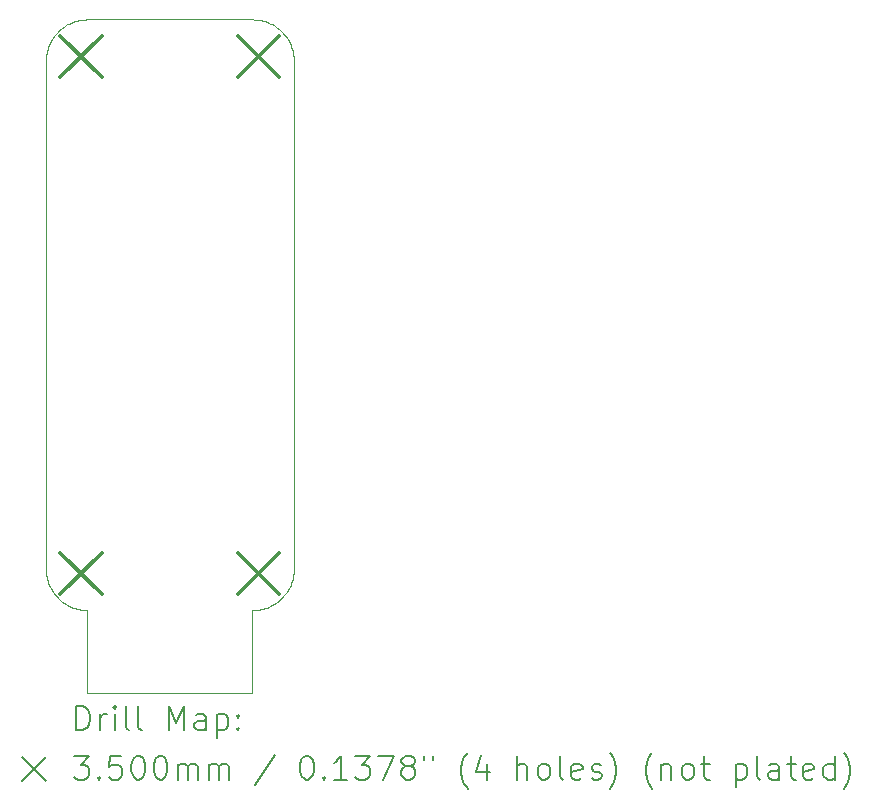
<source format=gbr>
%TF.GenerationSoftware,KiCad,Pcbnew,7.0.10*%
%TF.CreationDate,2024-06-27T11:43:57+02:00*%
%TF.ProjectId,Traffic LED Riser,54726166-6669-4632-904c-454420526973,rev?*%
%TF.SameCoordinates,Original*%
%TF.FileFunction,Drillmap*%
%TF.FilePolarity,Positive*%
%FSLAX45Y45*%
G04 Gerber Fmt 4.5, Leading zero omitted, Abs format (unit mm)*
G04 Created by KiCad (PCBNEW 7.0.10) date 2024-06-27 11:43:57*
%MOMM*%
%LPD*%
G01*
G04 APERTURE LIST*
%ADD10C,0.034872*%
%ADD11C,0.200000*%
%ADD12C,0.350000*%
G04 APERTURE END LIST*
D10*
X10002223Y-11853736D02*
X10001768Y-11835739D01*
X10003576Y-11871498D02*
X10002223Y-11853736D01*
X10005803Y-11889003D02*
X10003576Y-11871498D01*
X10008884Y-11906230D02*
X10005803Y-11889003D01*
X10012795Y-11923155D02*
X10008884Y-11906230D01*
X10017514Y-11939757D02*
X10012795Y-11923155D01*
X10023020Y-11956014D02*
X10017514Y-11939757D01*
X10029291Y-11971904D02*
X10023020Y-11956014D01*
X10036304Y-11987404D02*
X10029291Y-11971904D01*
X10044037Y-12002494D02*
X10036304Y-11987404D01*
X10052469Y-12017149D02*
X10044037Y-12002494D01*
X10061576Y-12031350D02*
X10052469Y-12017149D01*
X10071339Y-12045072D02*
X10061576Y-12031350D01*
X10081733Y-12058295D02*
X10071339Y-12045072D01*
X10092737Y-12070997D02*
X10081733Y-12058295D01*
X10104330Y-12083154D02*
X10092737Y-12070997D01*
X10116488Y-12094746D02*
X10104330Y-12083154D01*
X10129190Y-12105750D02*
X10116488Y-12094746D01*
X10142414Y-12116144D02*
X10129190Y-12105750D01*
X10156138Y-12125906D02*
X10142414Y-12116144D01*
X10170340Y-12135013D02*
X10156138Y-12125906D01*
X10184997Y-12143445D02*
X10170340Y-12135013D01*
X10200088Y-12151178D02*
X10184997Y-12143445D01*
X10215590Y-12158191D02*
X10200088Y-12151178D01*
X10231482Y-12164462D02*
X10215590Y-12158191D01*
X10247741Y-12169968D02*
X10231482Y-12164462D01*
X10264346Y-12174687D02*
X10247741Y-12169968D01*
X10281274Y-12178598D02*
X10264346Y-12174687D01*
X10298503Y-12181678D02*
X10281274Y-12178598D01*
X10316011Y-12183906D02*
X10298503Y-12181678D01*
X10333777Y-12185258D02*
X10316011Y-12183906D01*
X10351778Y-12185714D02*
X10333777Y-12185258D01*
X10351778Y-12887651D02*
X10351778Y-12185714D01*
X11751768Y-12887651D02*
X10351778Y-12887651D01*
X11751768Y-12185714D02*
X11751768Y-12887651D01*
X11769768Y-12185258D02*
X11751768Y-12185714D01*
X11787533Y-12183906D02*
X11769768Y-12185258D01*
X11805041Y-12181678D02*
X11787533Y-12183906D01*
X11822269Y-12178598D02*
X11805041Y-12181678D01*
X11839196Y-12174687D02*
X11822269Y-12178598D01*
X11855800Y-12169968D02*
X11839196Y-12174687D01*
X11872059Y-12164462D02*
X11855800Y-12169968D01*
X11887950Y-12158191D02*
X11872059Y-12164462D01*
X11903452Y-12151178D02*
X11887950Y-12158191D01*
X11918542Y-12143445D02*
X11903452Y-12151178D01*
X11933199Y-12135013D02*
X11918542Y-12143445D01*
X11947400Y-12125906D02*
X11933199Y-12135013D01*
X11961124Y-12116144D02*
X11947400Y-12125906D01*
X11974347Y-12105750D02*
X11961124Y-12116144D01*
X11987049Y-12094746D02*
X11974347Y-12105750D01*
X11999207Y-12083154D02*
X11987049Y-12094746D01*
X12010799Y-12070997D02*
X11999207Y-12083154D01*
X12021803Y-12058295D02*
X12010799Y-12070997D01*
X12032197Y-12045072D02*
X12021803Y-12058295D01*
X12041959Y-12031350D02*
X12032197Y-12045072D01*
X12051066Y-12017149D02*
X12041959Y-12031350D01*
X12059498Y-12002494D02*
X12051066Y-12017149D01*
X12067231Y-11987404D02*
X12059498Y-12002494D01*
X12074244Y-11971904D02*
X12067231Y-11987404D01*
X12080514Y-11956014D02*
X12074244Y-11971904D01*
X12086020Y-11939757D02*
X12080514Y-11956014D01*
X12090739Y-11923155D02*
X12086020Y-11939757D01*
X12094650Y-11906230D02*
X12090739Y-11923155D01*
X12097730Y-11889003D02*
X12094650Y-11906230D01*
X12099958Y-11871498D02*
X12097730Y-11889003D01*
X12101310Y-11853736D02*
X12099958Y-11871498D01*
X12101766Y-11835739D02*
X12101310Y-11853736D01*
X12101766Y-7535738D02*
X12101766Y-11835739D01*
X12101310Y-7517737D02*
X12101766Y-7535738D01*
X12099958Y-7499971D02*
X12101310Y-7517737D01*
X12097730Y-7482462D02*
X12099958Y-7499971D01*
X12094650Y-7465233D02*
X12097730Y-7482462D01*
X12090739Y-7448304D02*
X12094650Y-7465233D01*
X12086020Y-7431699D02*
X12090739Y-7448304D01*
X12080514Y-7415440D02*
X12086020Y-7431699D01*
X12074244Y-7399547D02*
X12080514Y-7415440D01*
X12067231Y-7384045D02*
X12074244Y-7399547D01*
X12059498Y-7368953D02*
X12067231Y-7384045D01*
X12051066Y-7354296D02*
X12059498Y-7368953D01*
X12041959Y-7340094D02*
X12051066Y-7354296D01*
X12032197Y-7326370D02*
X12041959Y-7340094D01*
X12021803Y-7313145D02*
X12032197Y-7326370D01*
X12010799Y-7300442D02*
X12021803Y-7313145D01*
X11999207Y-7288284D02*
X12010799Y-7300442D01*
X11987049Y-7276691D02*
X11999207Y-7288284D01*
X11974347Y-7265686D02*
X11987049Y-7276691D01*
X11961124Y-7255292D02*
X11974347Y-7265686D01*
X11947400Y-7245529D02*
X11961124Y-7255292D01*
X11933199Y-7236421D02*
X11947400Y-7245529D01*
X11918542Y-7227989D02*
X11933199Y-7236421D01*
X11903452Y-7220255D02*
X11918542Y-7227989D01*
X11887950Y-7213242D02*
X11903452Y-7220255D01*
X11872059Y-7206971D02*
X11887950Y-7213242D01*
X11855800Y-7201465D02*
X11872059Y-7206971D01*
X11839196Y-7196745D02*
X11855800Y-7201465D01*
X11822269Y-7192834D02*
X11839196Y-7196745D01*
X11805041Y-7189754D02*
X11822269Y-7192834D01*
X11787533Y-7187527D02*
X11805041Y-7189754D01*
X11769768Y-7186174D02*
X11787533Y-7187527D01*
X11751768Y-7185718D02*
X11769768Y-7186174D01*
X10351778Y-7185718D02*
X11751768Y-7185718D01*
X10333777Y-7186174D02*
X10351778Y-7185718D01*
X10316011Y-7187527D02*
X10333777Y-7186174D01*
X10298503Y-7189754D02*
X10316011Y-7187527D01*
X10281274Y-7192834D02*
X10298503Y-7189754D01*
X10264346Y-7196745D02*
X10281274Y-7192834D01*
X10247741Y-7201465D02*
X10264346Y-7196745D01*
X10231482Y-7206971D02*
X10247741Y-7201465D01*
X10215590Y-7213242D02*
X10231482Y-7206971D01*
X10200088Y-7220255D02*
X10215590Y-7213242D01*
X10184997Y-7227989D02*
X10200088Y-7220255D01*
X10170340Y-7236421D02*
X10184997Y-7227989D01*
X10156138Y-7245529D02*
X10170340Y-7236421D01*
X10142414Y-7255292D02*
X10156138Y-7245529D01*
X10129190Y-7265686D02*
X10142414Y-7255292D01*
X10116488Y-7276691D02*
X10129190Y-7265686D01*
X10104330Y-7288284D02*
X10116488Y-7276691D01*
X10092737Y-7300442D02*
X10104330Y-7288284D01*
X10081733Y-7313145D02*
X10092737Y-7300442D01*
X10071339Y-7326370D02*
X10081733Y-7313145D01*
X10061576Y-7340094D02*
X10071339Y-7326370D01*
X10052469Y-7354296D02*
X10061576Y-7340094D01*
X10044037Y-7368953D02*
X10052469Y-7354296D01*
X10036304Y-7384045D02*
X10044037Y-7368953D01*
X10029291Y-7399547D02*
X10036304Y-7384045D01*
X10023020Y-7415440D02*
X10029291Y-7399547D01*
X10017514Y-7431699D02*
X10023020Y-7415440D01*
X10012795Y-7448304D02*
X10017514Y-7431699D01*
X10008884Y-7465233D02*
X10012795Y-7448304D01*
X10005803Y-7482462D02*
X10008884Y-7465233D01*
X10003576Y-7499971D02*
X10005803Y-7482462D01*
X10002223Y-7517737D02*
X10003576Y-7499971D01*
X10001768Y-7535738D02*
X10002223Y-7517737D01*
X10001768Y-11835739D02*
X10001768Y-7535738D01*
D11*
D12*
X10125000Y-7325000D02*
X10475000Y-7675000D01*
X10475000Y-7325000D02*
X10125000Y-7675000D01*
X10125000Y-11700000D02*
X10475000Y-12050000D01*
X10475000Y-11700000D02*
X10125000Y-12050000D01*
X11625000Y-7325000D02*
X11975000Y-7675000D01*
X11975000Y-7325000D02*
X11625000Y-7675000D01*
X11625000Y-11700000D02*
X11975000Y-12050000D01*
X11975000Y-11700000D02*
X11625000Y-12050000D01*
D11*
X10260801Y-13200878D02*
X10260801Y-13000878D01*
X10260801Y-13000878D02*
X10308420Y-13000878D01*
X10308420Y-13000878D02*
X10336991Y-13010402D01*
X10336991Y-13010402D02*
X10356039Y-13029450D01*
X10356039Y-13029450D02*
X10365563Y-13048497D01*
X10365563Y-13048497D02*
X10375087Y-13086592D01*
X10375087Y-13086592D02*
X10375087Y-13115164D01*
X10375087Y-13115164D02*
X10365563Y-13153259D01*
X10365563Y-13153259D02*
X10356039Y-13172307D01*
X10356039Y-13172307D02*
X10336991Y-13191354D01*
X10336991Y-13191354D02*
X10308420Y-13200878D01*
X10308420Y-13200878D02*
X10260801Y-13200878D01*
X10460801Y-13200878D02*
X10460801Y-13067545D01*
X10460801Y-13105640D02*
X10470325Y-13086592D01*
X10470325Y-13086592D02*
X10479848Y-13077069D01*
X10479848Y-13077069D02*
X10498896Y-13067545D01*
X10498896Y-13067545D02*
X10517944Y-13067545D01*
X10584610Y-13200878D02*
X10584610Y-13067545D01*
X10584610Y-13000878D02*
X10575087Y-13010402D01*
X10575087Y-13010402D02*
X10584610Y-13019926D01*
X10584610Y-13019926D02*
X10594134Y-13010402D01*
X10594134Y-13010402D02*
X10584610Y-13000878D01*
X10584610Y-13000878D02*
X10584610Y-13019926D01*
X10708420Y-13200878D02*
X10689372Y-13191354D01*
X10689372Y-13191354D02*
X10679848Y-13172307D01*
X10679848Y-13172307D02*
X10679848Y-13000878D01*
X10813182Y-13200878D02*
X10794134Y-13191354D01*
X10794134Y-13191354D02*
X10784610Y-13172307D01*
X10784610Y-13172307D02*
X10784610Y-13000878D01*
X11041753Y-13200878D02*
X11041753Y-13000878D01*
X11041753Y-13000878D02*
X11108420Y-13143735D01*
X11108420Y-13143735D02*
X11175087Y-13000878D01*
X11175087Y-13000878D02*
X11175087Y-13200878D01*
X11356039Y-13200878D02*
X11356039Y-13096116D01*
X11356039Y-13096116D02*
X11346515Y-13077069D01*
X11346515Y-13077069D02*
X11327467Y-13067545D01*
X11327467Y-13067545D02*
X11289372Y-13067545D01*
X11289372Y-13067545D02*
X11270325Y-13077069D01*
X11356039Y-13191354D02*
X11336991Y-13200878D01*
X11336991Y-13200878D02*
X11289372Y-13200878D01*
X11289372Y-13200878D02*
X11270325Y-13191354D01*
X11270325Y-13191354D02*
X11260801Y-13172307D01*
X11260801Y-13172307D02*
X11260801Y-13153259D01*
X11260801Y-13153259D02*
X11270325Y-13134211D01*
X11270325Y-13134211D02*
X11289372Y-13124688D01*
X11289372Y-13124688D02*
X11336991Y-13124688D01*
X11336991Y-13124688D02*
X11356039Y-13115164D01*
X11451277Y-13067545D02*
X11451277Y-13267545D01*
X11451277Y-13077069D02*
X11470325Y-13067545D01*
X11470325Y-13067545D02*
X11508420Y-13067545D01*
X11508420Y-13067545D02*
X11527467Y-13077069D01*
X11527467Y-13077069D02*
X11536991Y-13086592D01*
X11536991Y-13086592D02*
X11546515Y-13105640D01*
X11546515Y-13105640D02*
X11546515Y-13162783D01*
X11546515Y-13162783D02*
X11536991Y-13181830D01*
X11536991Y-13181830D02*
X11527467Y-13191354D01*
X11527467Y-13191354D02*
X11508420Y-13200878D01*
X11508420Y-13200878D02*
X11470325Y-13200878D01*
X11470325Y-13200878D02*
X11451277Y-13191354D01*
X11632229Y-13181830D02*
X11641753Y-13191354D01*
X11641753Y-13191354D02*
X11632229Y-13200878D01*
X11632229Y-13200878D02*
X11622706Y-13191354D01*
X11622706Y-13191354D02*
X11632229Y-13181830D01*
X11632229Y-13181830D02*
X11632229Y-13200878D01*
X11632229Y-13077069D02*
X11641753Y-13086592D01*
X11641753Y-13086592D02*
X11632229Y-13096116D01*
X11632229Y-13096116D02*
X11622706Y-13086592D01*
X11622706Y-13086592D02*
X11632229Y-13077069D01*
X11632229Y-13077069D02*
X11632229Y-13096116D01*
X9800024Y-13429394D02*
X10000024Y-13629394D01*
X10000024Y-13429394D02*
X9800024Y-13629394D01*
X10241753Y-13420878D02*
X10365563Y-13420878D01*
X10365563Y-13420878D02*
X10298896Y-13497069D01*
X10298896Y-13497069D02*
X10327468Y-13497069D01*
X10327468Y-13497069D02*
X10346515Y-13506592D01*
X10346515Y-13506592D02*
X10356039Y-13516116D01*
X10356039Y-13516116D02*
X10365563Y-13535164D01*
X10365563Y-13535164D02*
X10365563Y-13582783D01*
X10365563Y-13582783D02*
X10356039Y-13601830D01*
X10356039Y-13601830D02*
X10346515Y-13611354D01*
X10346515Y-13611354D02*
X10327468Y-13620878D01*
X10327468Y-13620878D02*
X10270325Y-13620878D01*
X10270325Y-13620878D02*
X10251277Y-13611354D01*
X10251277Y-13611354D02*
X10241753Y-13601830D01*
X10451277Y-13601830D02*
X10460801Y-13611354D01*
X10460801Y-13611354D02*
X10451277Y-13620878D01*
X10451277Y-13620878D02*
X10441753Y-13611354D01*
X10441753Y-13611354D02*
X10451277Y-13601830D01*
X10451277Y-13601830D02*
X10451277Y-13620878D01*
X10641753Y-13420878D02*
X10546515Y-13420878D01*
X10546515Y-13420878D02*
X10536991Y-13516116D01*
X10536991Y-13516116D02*
X10546515Y-13506592D01*
X10546515Y-13506592D02*
X10565563Y-13497069D01*
X10565563Y-13497069D02*
X10613182Y-13497069D01*
X10613182Y-13497069D02*
X10632229Y-13506592D01*
X10632229Y-13506592D02*
X10641753Y-13516116D01*
X10641753Y-13516116D02*
X10651277Y-13535164D01*
X10651277Y-13535164D02*
X10651277Y-13582783D01*
X10651277Y-13582783D02*
X10641753Y-13601830D01*
X10641753Y-13601830D02*
X10632229Y-13611354D01*
X10632229Y-13611354D02*
X10613182Y-13620878D01*
X10613182Y-13620878D02*
X10565563Y-13620878D01*
X10565563Y-13620878D02*
X10546515Y-13611354D01*
X10546515Y-13611354D02*
X10536991Y-13601830D01*
X10775087Y-13420878D02*
X10794134Y-13420878D01*
X10794134Y-13420878D02*
X10813182Y-13430402D01*
X10813182Y-13430402D02*
X10822706Y-13439926D01*
X10822706Y-13439926D02*
X10832229Y-13458973D01*
X10832229Y-13458973D02*
X10841753Y-13497069D01*
X10841753Y-13497069D02*
X10841753Y-13544688D01*
X10841753Y-13544688D02*
X10832229Y-13582783D01*
X10832229Y-13582783D02*
X10822706Y-13601830D01*
X10822706Y-13601830D02*
X10813182Y-13611354D01*
X10813182Y-13611354D02*
X10794134Y-13620878D01*
X10794134Y-13620878D02*
X10775087Y-13620878D01*
X10775087Y-13620878D02*
X10756039Y-13611354D01*
X10756039Y-13611354D02*
X10746515Y-13601830D01*
X10746515Y-13601830D02*
X10736991Y-13582783D01*
X10736991Y-13582783D02*
X10727468Y-13544688D01*
X10727468Y-13544688D02*
X10727468Y-13497069D01*
X10727468Y-13497069D02*
X10736991Y-13458973D01*
X10736991Y-13458973D02*
X10746515Y-13439926D01*
X10746515Y-13439926D02*
X10756039Y-13430402D01*
X10756039Y-13430402D02*
X10775087Y-13420878D01*
X10965563Y-13420878D02*
X10984610Y-13420878D01*
X10984610Y-13420878D02*
X11003658Y-13430402D01*
X11003658Y-13430402D02*
X11013182Y-13439926D01*
X11013182Y-13439926D02*
X11022706Y-13458973D01*
X11022706Y-13458973D02*
X11032229Y-13497069D01*
X11032229Y-13497069D02*
X11032229Y-13544688D01*
X11032229Y-13544688D02*
X11022706Y-13582783D01*
X11022706Y-13582783D02*
X11013182Y-13601830D01*
X11013182Y-13601830D02*
X11003658Y-13611354D01*
X11003658Y-13611354D02*
X10984610Y-13620878D01*
X10984610Y-13620878D02*
X10965563Y-13620878D01*
X10965563Y-13620878D02*
X10946515Y-13611354D01*
X10946515Y-13611354D02*
X10936991Y-13601830D01*
X10936991Y-13601830D02*
X10927468Y-13582783D01*
X10927468Y-13582783D02*
X10917944Y-13544688D01*
X10917944Y-13544688D02*
X10917944Y-13497069D01*
X10917944Y-13497069D02*
X10927468Y-13458973D01*
X10927468Y-13458973D02*
X10936991Y-13439926D01*
X10936991Y-13439926D02*
X10946515Y-13430402D01*
X10946515Y-13430402D02*
X10965563Y-13420878D01*
X11117944Y-13620878D02*
X11117944Y-13487545D01*
X11117944Y-13506592D02*
X11127468Y-13497069D01*
X11127468Y-13497069D02*
X11146515Y-13487545D01*
X11146515Y-13487545D02*
X11175087Y-13487545D01*
X11175087Y-13487545D02*
X11194134Y-13497069D01*
X11194134Y-13497069D02*
X11203658Y-13516116D01*
X11203658Y-13516116D02*
X11203658Y-13620878D01*
X11203658Y-13516116D02*
X11213182Y-13497069D01*
X11213182Y-13497069D02*
X11232229Y-13487545D01*
X11232229Y-13487545D02*
X11260801Y-13487545D01*
X11260801Y-13487545D02*
X11279848Y-13497069D01*
X11279848Y-13497069D02*
X11289372Y-13516116D01*
X11289372Y-13516116D02*
X11289372Y-13620878D01*
X11384610Y-13620878D02*
X11384610Y-13487545D01*
X11384610Y-13506592D02*
X11394134Y-13497069D01*
X11394134Y-13497069D02*
X11413182Y-13487545D01*
X11413182Y-13487545D02*
X11441753Y-13487545D01*
X11441753Y-13487545D02*
X11460801Y-13497069D01*
X11460801Y-13497069D02*
X11470325Y-13516116D01*
X11470325Y-13516116D02*
X11470325Y-13620878D01*
X11470325Y-13516116D02*
X11479848Y-13497069D01*
X11479848Y-13497069D02*
X11498896Y-13487545D01*
X11498896Y-13487545D02*
X11527467Y-13487545D01*
X11527467Y-13487545D02*
X11546515Y-13497069D01*
X11546515Y-13497069D02*
X11556039Y-13516116D01*
X11556039Y-13516116D02*
X11556039Y-13620878D01*
X11946515Y-13411354D02*
X11775087Y-13668497D01*
X12203658Y-13420878D02*
X12222706Y-13420878D01*
X12222706Y-13420878D02*
X12241753Y-13430402D01*
X12241753Y-13430402D02*
X12251277Y-13439926D01*
X12251277Y-13439926D02*
X12260801Y-13458973D01*
X12260801Y-13458973D02*
X12270325Y-13497069D01*
X12270325Y-13497069D02*
X12270325Y-13544688D01*
X12270325Y-13544688D02*
X12260801Y-13582783D01*
X12260801Y-13582783D02*
X12251277Y-13601830D01*
X12251277Y-13601830D02*
X12241753Y-13611354D01*
X12241753Y-13611354D02*
X12222706Y-13620878D01*
X12222706Y-13620878D02*
X12203658Y-13620878D01*
X12203658Y-13620878D02*
X12184610Y-13611354D01*
X12184610Y-13611354D02*
X12175087Y-13601830D01*
X12175087Y-13601830D02*
X12165563Y-13582783D01*
X12165563Y-13582783D02*
X12156039Y-13544688D01*
X12156039Y-13544688D02*
X12156039Y-13497069D01*
X12156039Y-13497069D02*
X12165563Y-13458973D01*
X12165563Y-13458973D02*
X12175087Y-13439926D01*
X12175087Y-13439926D02*
X12184610Y-13430402D01*
X12184610Y-13430402D02*
X12203658Y-13420878D01*
X12356039Y-13601830D02*
X12365563Y-13611354D01*
X12365563Y-13611354D02*
X12356039Y-13620878D01*
X12356039Y-13620878D02*
X12346515Y-13611354D01*
X12346515Y-13611354D02*
X12356039Y-13601830D01*
X12356039Y-13601830D02*
X12356039Y-13620878D01*
X12556039Y-13620878D02*
X12441753Y-13620878D01*
X12498896Y-13620878D02*
X12498896Y-13420878D01*
X12498896Y-13420878D02*
X12479849Y-13449450D01*
X12479849Y-13449450D02*
X12460801Y-13468497D01*
X12460801Y-13468497D02*
X12441753Y-13478021D01*
X12622706Y-13420878D02*
X12746515Y-13420878D01*
X12746515Y-13420878D02*
X12679849Y-13497069D01*
X12679849Y-13497069D02*
X12708420Y-13497069D01*
X12708420Y-13497069D02*
X12727468Y-13506592D01*
X12727468Y-13506592D02*
X12736991Y-13516116D01*
X12736991Y-13516116D02*
X12746515Y-13535164D01*
X12746515Y-13535164D02*
X12746515Y-13582783D01*
X12746515Y-13582783D02*
X12736991Y-13601830D01*
X12736991Y-13601830D02*
X12727468Y-13611354D01*
X12727468Y-13611354D02*
X12708420Y-13620878D01*
X12708420Y-13620878D02*
X12651277Y-13620878D01*
X12651277Y-13620878D02*
X12632230Y-13611354D01*
X12632230Y-13611354D02*
X12622706Y-13601830D01*
X12813182Y-13420878D02*
X12946515Y-13420878D01*
X12946515Y-13420878D02*
X12860801Y-13620878D01*
X13051277Y-13506592D02*
X13032230Y-13497069D01*
X13032230Y-13497069D02*
X13022706Y-13487545D01*
X13022706Y-13487545D02*
X13013182Y-13468497D01*
X13013182Y-13468497D02*
X13013182Y-13458973D01*
X13013182Y-13458973D02*
X13022706Y-13439926D01*
X13022706Y-13439926D02*
X13032230Y-13430402D01*
X13032230Y-13430402D02*
X13051277Y-13420878D01*
X13051277Y-13420878D02*
X13089372Y-13420878D01*
X13089372Y-13420878D02*
X13108420Y-13430402D01*
X13108420Y-13430402D02*
X13117944Y-13439926D01*
X13117944Y-13439926D02*
X13127468Y-13458973D01*
X13127468Y-13458973D02*
X13127468Y-13468497D01*
X13127468Y-13468497D02*
X13117944Y-13487545D01*
X13117944Y-13487545D02*
X13108420Y-13497069D01*
X13108420Y-13497069D02*
X13089372Y-13506592D01*
X13089372Y-13506592D02*
X13051277Y-13506592D01*
X13051277Y-13506592D02*
X13032230Y-13516116D01*
X13032230Y-13516116D02*
X13022706Y-13525640D01*
X13022706Y-13525640D02*
X13013182Y-13544688D01*
X13013182Y-13544688D02*
X13013182Y-13582783D01*
X13013182Y-13582783D02*
X13022706Y-13601830D01*
X13022706Y-13601830D02*
X13032230Y-13611354D01*
X13032230Y-13611354D02*
X13051277Y-13620878D01*
X13051277Y-13620878D02*
X13089372Y-13620878D01*
X13089372Y-13620878D02*
X13108420Y-13611354D01*
X13108420Y-13611354D02*
X13117944Y-13601830D01*
X13117944Y-13601830D02*
X13127468Y-13582783D01*
X13127468Y-13582783D02*
X13127468Y-13544688D01*
X13127468Y-13544688D02*
X13117944Y-13525640D01*
X13117944Y-13525640D02*
X13108420Y-13516116D01*
X13108420Y-13516116D02*
X13089372Y-13506592D01*
X13203658Y-13420878D02*
X13203658Y-13458973D01*
X13279849Y-13420878D02*
X13279849Y-13458973D01*
X13575087Y-13697069D02*
X13565563Y-13687545D01*
X13565563Y-13687545D02*
X13546515Y-13658973D01*
X13546515Y-13658973D02*
X13536992Y-13639926D01*
X13536992Y-13639926D02*
X13527468Y-13611354D01*
X13527468Y-13611354D02*
X13517944Y-13563735D01*
X13517944Y-13563735D02*
X13517944Y-13525640D01*
X13517944Y-13525640D02*
X13527468Y-13478021D01*
X13527468Y-13478021D02*
X13536992Y-13449450D01*
X13536992Y-13449450D02*
X13546515Y-13430402D01*
X13546515Y-13430402D02*
X13565563Y-13401830D01*
X13565563Y-13401830D02*
X13575087Y-13392307D01*
X13736992Y-13487545D02*
X13736992Y-13620878D01*
X13689372Y-13411354D02*
X13641753Y-13554211D01*
X13641753Y-13554211D02*
X13765563Y-13554211D01*
X13994134Y-13620878D02*
X13994134Y-13420878D01*
X14079849Y-13620878D02*
X14079849Y-13516116D01*
X14079849Y-13516116D02*
X14070325Y-13497069D01*
X14070325Y-13497069D02*
X14051277Y-13487545D01*
X14051277Y-13487545D02*
X14022706Y-13487545D01*
X14022706Y-13487545D02*
X14003658Y-13497069D01*
X14003658Y-13497069D02*
X13994134Y-13506592D01*
X14203658Y-13620878D02*
X14184611Y-13611354D01*
X14184611Y-13611354D02*
X14175087Y-13601830D01*
X14175087Y-13601830D02*
X14165563Y-13582783D01*
X14165563Y-13582783D02*
X14165563Y-13525640D01*
X14165563Y-13525640D02*
X14175087Y-13506592D01*
X14175087Y-13506592D02*
X14184611Y-13497069D01*
X14184611Y-13497069D02*
X14203658Y-13487545D01*
X14203658Y-13487545D02*
X14232230Y-13487545D01*
X14232230Y-13487545D02*
X14251277Y-13497069D01*
X14251277Y-13497069D02*
X14260801Y-13506592D01*
X14260801Y-13506592D02*
X14270325Y-13525640D01*
X14270325Y-13525640D02*
X14270325Y-13582783D01*
X14270325Y-13582783D02*
X14260801Y-13601830D01*
X14260801Y-13601830D02*
X14251277Y-13611354D01*
X14251277Y-13611354D02*
X14232230Y-13620878D01*
X14232230Y-13620878D02*
X14203658Y-13620878D01*
X14384611Y-13620878D02*
X14365563Y-13611354D01*
X14365563Y-13611354D02*
X14356039Y-13592307D01*
X14356039Y-13592307D02*
X14356039Y-13420878D01*
X14536992Y-13611354D02*
X14517944Y-13620878D01*
X14517944Y-13620878D02*
X14479849Y-13620878D01*
X14479849Y-13620878D02*
X14460801Y-13611354D01*
X14460801Y-13611354D02*
X14451277Y-13592307D01*
X14451277Y-13592307D02*
X14451277Y-13516116D01*
X14451277Y-13516116D02*
X14460801Y-13497069D01*
X14460801Y-13497069D02*
X14479849Y-13487545D01*
X14479849Y-13487545D02*
X14517944Y-13487545D01*
X14517944Y-13487545D02*
X14536992Y-13497069D01*
X14536992Y-13497069D02*
X14546515Y-13516116D01*
X14546515Y-13516116D02*
X14546515Y-13535164D01*
X14546515Y-13535164D02*
X14451277Y-13554211D01*
X14622706Y-13611354D02*
X14641754Y-13620878D01*
X14641754Y-13620878D02*
X14679849Y-13620878D01*
X14679849Y-13620878D02*
X14698896Y-13611354D01*
X14698896Y-13611354D02*
X14708420Y-13592307D01*
X14708420Y-13592307D02*
X14708420Y-13582783D01*
X14708420Y-13582783D02*
X14698896Y-13563735D01*
X14698896Y-13563735D02*
X14679849Y-13554211D01*
X14679849Y-13554211D02*
X14651277Y-13554211D01*
X14651277Y-13554211D02*
X14632230Y-13544688D01*
X14632230Y-13544688D02*
X14622706Y-13525640D01*
X14622706Y-13525640D02*
X14622706Y-13516116D01*
X14622706Y-13516116D02*
X14632230Y-13497069D01*
X14632230Y-13497069D02*
X14651277Y-13487545D01*
X14651277Y-13487545D02*
X14679849Y-13487545D01*
X14679849Y-13487545D02*
X14698896Y-13497069D01*
X14775087Y-13697069D02*
X14784611Y-13687545D01*
X14784611Y-13687545D02*
X14803658Y-13658973D01*
X14803658Y-13658973D02*
X14813182Y-13639926D01*
X14813182Y-13639926D02*
X14822706Y-13611354D01*
X14822706Y-13611354D02*
X14832230Y-13563735D01*
X14832230Y-13563735D02*
X14832230Y-13525640D01*
X14832230Y-13525640D02*
X14822706Y-13478021D01*
X14822706Y-13478021D02*
X14813182Y-13449450D01*
X14813182Y-13449450D02*
X14803658Y-13430402D01*
X14803658Y-13430402D02*
X14784611Y-13401830D01*
X14784611Y-13401830D02*
X14775087Y-13392307D01*
X15136992Y-13697069D02*
X15127468Y-13687545D01*
X15127468Y-13687545D02*
X15108420Y-13658973D01*
X15108420Y-13658973D02*
X15098896Y-13639926D01*
X15098896Y-13639926D02*
X15089373Y-13611354D01*
X15089373Y-13611354D02*
X15079849Y-13563735D01*
X15079849Y-13563735D02*
X15079849Y-13525640D01*
X15079849Y-13525640D02*
X15089373Y-13478021D01*
X15089373Y-13478021D02*
X15098896Y-13449450D01*
X15098896Y-13449450D02*
X15108420Y-13430402D01*
X15108420Y-13430402D02*
X15127468Y-13401830D01*
X15127468Y-13401830D02*
X15136992Y-13392307D01*
X15213182Y-13487545D02*
X15213182Y-13620878D01*
X15213182Y-13506592D02*
X15222706Y-13497069D01*
X15222706Y-13497069D02*
X15241754Y-13487545D01*
X15241754Y-13487545D02*
X15270325Y-13487545D01*
X15270325Y-13487545D02*
X15289373Y-13497069D01*
X15289373Y-13497069D02*
X15298896Y-13516116D01*
X15298896Y-13516116D02*
X15298896Y-13620878D01*
X15422706Y-13620878D02*
X15403658Y-13611354D01*
X15403658Y-13611354D02*
X15394135Y-13601830D01*
X15394135Y-13601830D02*
X15384611Y-13582783D01*
X15384611Y-13582783D02*
X15384611Y-13525640D01*
X15384611Y-13525640D02*
X15394135Y-13506592D01*
X15394135Y-13506592D02*
X15403658Y-13497069D01*
X15403658Y-13497069D02*
X15422706Y-13487545D01*
X15422706Y-13487545D02*
X15451277Y-13487545D01*
X15451277Y-13487545D02*
X15470325Y-13497069D01*
X15470325Y-13497069D02*
X15479849Y-13506592D01*
X15479849Y-13506592D02*
X15489373Y-13525640D01*
X15489373Y-13525640D02*
X15489373Y-13582783D01*
X15489373Y-13582783D02*
X15479849Y-13601830D01*
X15479849Y-13601830D02*
X15470325Y-13611354D01*
X15470325Y-13611354D02*
X15451277Y-13620878D01*
X15451277Y-13620878D02*
X15422706Y-13620878D01*
X15546516Y-13487545D02*
X15622706Y-13487545D01*
X15575087Y-13420878D02*
X15575087Y-13592307D01*
X15575087Y-13592307D02*
X15584611Y-13611354D01*
X15584611Y-13611354D02*
X15603658Y-13620878D01*
X15603658Y-13620878D02*
X15622706Y-13620878D01*
X15841754Y-13487545D02*
X15841754Y-13687545D01*
X15841754Y-13497069D02*
X15860801Y-13487545D01*
X15860801Y-13487545D02*
X15898897Y-13487545D01*
X15898897Y-13487545D02*
X15917944Y-13497069D01*
X15917944Y-13497069D02*
X15927468Y-13506592D01*
X15927468Y-13506592D02*
X15936992Y-13525640D01*
X15936992Y-13525640D02*
X15936992Y-13582783D01*
X15936992Y-13582783D02*
X15927468Y-13601830D01*
X15927468Y-13601830D02*
X15917944Y-13611354D01*
X15917944Y-13611354D02*
X15898897Y-13620878D01*
X15898897Y-13620878D02*
X15860801Y-13620878D01*
X15860801Y-13620878D02*
X15841754Y-13611354D01*
X16051277Y-13620878D02*
X16032230Y-13611354D01*
X16032230Y-13611354D02*
X16022706Y-13592307D01*
X16022706Y-13592307D02*
X16022706Y-13420878D01*
X16213182Y-13620878D02*
X16213182Y-13516116D01*
X16213182Y-13516116D02*
X16203658Y-13497069D01*
X16203658Y-13497069D02*
X16184611Y-13487545D01*
X16184611Y-13487545D02*
X16146516Y-13487545D01*
X16146516Y-13487545D02*
X16127468Y-13497069D01*
X16213182Y-13611354D02*
X16194135Y-13620878D01*
X16194135Y-13620878D02*
X16146516Y-13620878D01*
X16146516Y-13620878D02*
X16127468Y-13611354D01*
X16127468Y-13611354D02*
X16117944Y-13592307D01*
X16117944Y-13592307D02*
X16117944Y-13573259D01*
X16117944Y-13573259D02*
X16127468Y-13554211D01*
X16127468Y-13554211D02*
X16146516Y-13544688D01*
X16146516Y-13544688D02*
X16194135Y-13544688D01*
X16194135Y-13544688D02*
X16213182Y-13535164D01*
X16279849Y-13487545D02*
X16356039Y-13487545D01*
X16308420Y-13420878D02*
X16308420Y-13592307D01*
X16308420Y-13592307D02*
X16317944Y-13611354D01*
X16317944Y-13611354D02*
X16336992Y-13620878D01*
X16336992Y-13620878D02*
X16356039Y-13620878D01*
X16498897Y-13611354D02*
X16479849Y-13620878D01*
X16479849Y-13620878D02*
X16441754Y-13620878D01*
X16441754Y-13620878D02*
X16422706Y-13611354D01*
X16422706Y-13611354D02*
X16413182Y-13592307D01*
X16413182Y-13592307D02*
X16413182Y-13516116D01*
X16413182Y-13516116D02*
X16422706Y-13497069D01*
X16422706Y-13497069D02*
X16441754Y-13487545D01*
X16441754Y-13487545D02*
X16479849Y-13487545D01*
X16479849Y-13487545D02*
X16498897Y-13497069D01*
X16498897Y-13497069D02*
X16508420Y-13516116D01*
X16508420Y-13516116D02*
X16508420Y-13535164D01*
X16508420Y-13535164D02*
X16413182Y-13554211D01*
X16679849Y-13620878D02*
X16679849Y-13420878D01*
X16679849Y-13611354D02*
X16660801Y-13620878D01*
X16660801Y-13620878D02*
X16622706Y-13620878D01*
X16622706Y-13620878D02*
X16603658Y-13611354D01*
X16603658Y-13611354D02*
X16594135Y-13601830D01*
X16594135Y-13601830D02*
X16584611Y-13582783D01*
X16584611Y-13582783D02*
X16584611Y-13525640D01*
X16584611Y-13525640D02*
X16594135Y-13506592D01*
X16594135Y-13506592D02*
X16603658Y-13497069D01*
X16603658Y-13497069D02*
X16622706Y-13487545D01*
X16622706Y-13487545D02*
X16660801Y-13487545D01*
X16660801Y-13487545D02*
X16679849Y-13497069D01*
X16756039Y-13697069D02*
X16765563Y-13687545D01*
X16765563Y-13687545D02*
X16784611Y-13658973D01*
X16784611Y-13658973D02*
X16794135Y-13639926D01*
X16794135Y-13639926D02*
X16803659Y-13611354D01*
X16803659Y-13611354D02*
X16813182Y-13563735D01*
X16813182Y-13563735D02*
X16813182Y-13525640D01*
X16813182Y-13525640D02*
X16803659Y-13478021D01*
X16803659Y-13478021D02*
X16794135Y-13449450D01*
X16794135Y-13449450D02*
X16784611Y-13430402D01*
X16784611Y-13430402D02*
X16765563Y-13401830D01*
X16765563Y-13401830D02*
X16756039Y-13392307D01*
M02*

</source>
